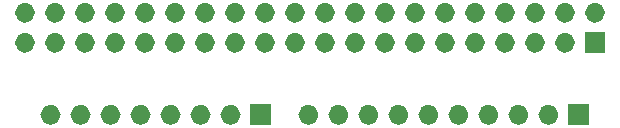
<source format=gbr>
%TF.GenerationSoftware,KiCad,Pcbnew,8.0.4*%
%TF.CreationDate,2024-08-28T09:53:51+01:00*%
%TF.ProjectId,qmmister-snac-restore,716d6d69-7374-4657-922d-736e61632d72,rev?*%
%TF.SameCoordinates,Original*%
%TF.FileFunction,Soldermask,Bot*%
%TF.FilePolarity,Negative*%
%FSLAX46Y46*%
G04 Gerber Fmt 4.6, Leading zero omitted, Abs format (unit mm)*
G04 Created by KiCad (PCBNEW 8.0.4) date 2024-08-28 09:53:51*
%MOMM*%
%LPD*%
G01*
G04 APERTURE LIST*
%ADD10C,0.865000*%
%ADD11C,0.000000*%
G04 APERTURE END LIST*
D10*
X145258500Y-96984000D02*
G75*
G02*
X144393500Y-96984000I-432500J0D01*
G01*
X144393500Y-96984000D02*
G75*
G02*
X145258500Y-96984000I432500J0D01*
G01*
X124938500Y-99524000D02*
G75*
G02*
X124073500Y-99524000I-432500J0D01*
G01*
X124073500Y-99524000D02*
G75*
G02*
X124938500Y-99524000I432500J0D01*
G01*
X106778500Y-105624000D02*
G75*
G02*
X105913500Y-105624000I-432500J0D01*
G01*
X105913500Y-105624000D02*
G75*
G02*
X106778500Y-105624000I432500J0D01*
G01*
X133698500Y-105624000D02*
G75*
G02*
X132833500Y-105624000I-432500J0D01*
G01*
X132833500Y-105624000D02*
G75*
G02*
X133698500Y-105624000I432500J0D01*
G01*
X119858500Y-96984000D02*
G75*
G02*
X118993500Y-96984000I-432500J0D01*
G01*
X118993500Y-96984000D02*
G75*
G02*
X119858500Y-96984000I432500J0D01*
G01*
X104618500Y-96984000D02*
G75*
G02*
X103753500Y-96984000I-432500J0D01*
G01*
X103753500Y-96984000D02*
G75*
G02*
X104618500Y-96984000I432500J0D01*
G01*
D11*
G36*
X144291000Y-106489000D02*
G01*
X142561000Y-106489000D01*
X142561000Y-104759000D01*
X144291000Y-104759000D01*
X144291000Y-106489000D01*
G37*
D10*
X117318500Y-96984000D02*
G75*
G02*
X116453500Y-96984000I-432500J0D01*
G01*
X116453500Y-96984000D02*
G75*
G02*
X117318500Y-96984000I432500J0D01*
G01*
X137638500Y-96984000D02*
G75*
G02*
X136773500Y-96984000I-432500J0D01*
G01*
X136773500Y-96984000D02*
G75*
G02*
X137638500Y-96984000I432500J0D01*
G01*
X96998500Y-96984000D02*
G75*
G02*
X96133500Y-96984000I-432500J0D01*
G01*
X96133500Y-96984000D02*
G75*
G02*
X96998500Y-96984000I432500J0D01*
G01*
X112238500Y-96984000D02*
G75*
G02*
X111373500Y-96984000I-432500J0D01*
G01*
X111373500Y-96984000D02*
G75*
G02*
X112238500Y-96984000I432500J0D01*
G01*
X135098500Y-99524000D02*
G75*
G02*
X134233500Y-99524000I-432500J0D01*
G01*
X134233500Y-99524000D02*
G75*
G02*
X135098500Y-99524000I432500J0D01*
G01*
X102078500Y-96984000D02*
G75*
G02*
X101213500Y-96984000I-432500J0D01*
G01*
X101213500Y-96984000D02*
G75*
G02*
X102078500Y-96984000I432500J0D01*
G01*
X122398500Y-96984000D02*
G75*
G02*
X121533500Y-96984000I-432500J0D01*
G01*
X121533500Y-96984000D02*
G75*
G02*
X122398500Y-96984000I432500J0D01*
G01*
X109698500Y-96984000D02*
G75*
G02*
X108833500Y-96984000I-432500J0D01*
G01*
X108833500Y-96984000D02*
G75*
G02*
X109698500Y-96984000I432500J0D01*
G01*
X109318500Y-105624000D02*
G75*
G02*
X108453500Y-105624000I-432500J0D01*
G01*
X108453500Y-105624000D02*
G75*
G02*
X109318500Y-105624000I432500J0D01*
G01*
X128618500Y-105624000D02*
G75*
G02*
X127753500Y-105624000I-432500J0D01*
G01*
X127753500Y-105624000D02*
G75*
G02*
X128618500Y-105624000I432500J0D01*
G01*
X142718500Y-96984000D02*
G75*
G02*
X141853500Y-96984000I-432500J0D01*
G01*
X141853500Y-96984000D02*
G75*
G02*
X142718500Y-96984000I432500J0D01*
G01*
X114778500Y-99524000D02*
G75*
G02*
X113913500Y-99524000I-432500J0D01*
G01*
X113913500Y-99524000D02*
G75*
G02*
X114778500Y-99524000I432500J0D01*
G01*
X99158500Y-105624000D02*
G75*
G02*
X98293500Y-105624000I-432500J0D01*
G01*
X98293500Y-105624000D02*
G75*
G02*
X99158500Y-105624000I432500J0D01*
G01*
X96998500Y-99524000D02*
G75*
G02*
X96133500Y-99524000I-432500J0D01*
G01*
X96133500Y-99524000D02*
G75*
G02*
X96998500Y-99524000I432500J0D01*
G01*
X114398500Y-105624000D02*
G75*
G02*
X113533500Y-105624000I-432500J0D01*
G01*
X113533500Y-105624000D02*
G75*
G02*
X114398500Y-105624000I432500J0D01*
G01*
X107158500Y-99524000D02*
G75*
G02*
X106293500Y-99524000I-432500J0D01*
G01*
X106293500Y-99524000D02*
G75*
G02*
X107158500Y-99524000I432500J0D01*
G01*
X111858500Y-105624000D02*
G75*
G02*
X110993500Y-105624000I-432500J0D01*
G01*
X110993500Y-105624000D02*
G75*
G02*
X111858500Y-105624000I432500J0D01*
G01*
X104238500Y-105624000D02*
G75*
G02*
X103373500Y-105624000I-432500J0D01*
G01*
X103373500Y-105624000D02*
G75*
G02*
X104238500Y-105624000I432500J0D01*
G01*
X101698500Y-105624000D02*
G75*
G02*
X100833500Y-105624000I-432500J0D01*
G01*
X100833500Y-105624000D02*
G75*
G02*
X101698500Y-105624000I432500J0D01*
G01*
X130018500Y-99524000D02*
G75*
G02*
X129153500Y-99524000I-432500J0D01*
G01*
X129153500Y-99524000D02*
G75*
G02*
X130018500Y-99524000I432500J0D01*
G01*
X136238500Y-105624000D02*
G75*
G02*
X135373500Y-105624000I-432500J0D01*
G01*
X135373500Y-105624000D02*
G75*
G02*
X136238500Y-105624000I432500J0D01*
G01*
D11*
G36*
X145691000Y-100389000D02*
G01*
X143961000Y-100389000D01*
X143961000Y-98659000D01*
X145691000Y-98659000D01*
X145691000Y-100389000D01*
G37*
D10*
X138778500Y-105624000D02*
G75*
G02*
X137913500Y-105624000I-432500J0D01*
G01*
X137913500Y-105624000D02*
G75*
G02*
X138778500Y-105624000I432500J0D01*
G01*
X135098500Y-96984000D02*
G75*
G02*
X134233500Y-96984000I-432500J0D01*
G01*
X134233500Y-96984000D02*
G75*
G02*
X135098500Y-96984000I432500J0D01*
G01*
X126078500Y-105624000D02*
G75*
G02*
X125213500Y-105624000I-432500J0D01*
G01*
X125213500Y-105624000D02*
G75*
G02*
X126078500Y-105624000I432500J0D01*
G01*
X123538500Y-105624000D02*
G75*
G02*
X122673500Y-105624000I-432500J0D01*
G01*
X122673500Y-105624000D02*
G75*
G02*
X123538500Y-105624000I432500J0D01*
G01*
X99538500Y-96984000D02*
G75*
G02*
X98673500Y-96984000I-432500J0D01*
G01*
X98673500Y-96984000D02*
G75*
G02*
X99538500Y-96984000I432500J0D01*
G01*
X130018500Y-96984000D02*
G75*
G02*
X129153500Y-96984000I-432500J0D01*
G01*
X129153500Y-96984000D02*
G75*
G02*
X130018500Y-96984000I432500J0D01*
G01*
X131158500Y-105624000D02*
G75*
G02*
X130293500Y-105624000I-432500J0D01*
G01*
X130293500Y-105624000D02*
G75*
G02*
X131158500Y-105624000I432500J0D01*
G01*
X137638500Y-99524000D02*
G75*
G02*
X136773500Y-99524000I-432500J0D01*
G01*
X136773500Y-99524000D02*
G75*
G02*
X137638500Y-99524000I432500J0D01*
G01*
D11*
G36*
X117371000Y-106489000D02*
G01*
X115641000Y-106489000D01*
X115641000Y-104759000D01*
X117371000Y-104759000D01*
X117371000Y-106489000D01*
G37*
D10*
X102078500Y-99524000D02*
G75*
G02*
X101213500Y-99524000I-432500J0D01*
G01*
X101213500Y-99524000D02*
G75*
G02*
X102078500Y-99524000I432500J0D01*
G01*
X107158500Y-96984000D02*
G75*
G02*
X106293500Y-96984000I-432500J0D01*
G01*
X106293500Y-96984000D02*
G75*
G02*
X107158500Y-96984000I432500J0D01*
G01*
X127478500Y-99524000D02*
G75*
G02*
X126613500Y-99524000I-432500J0D01*
G01*
X126613500Y-99524000D02*
G75*
G02*
X127478500Y-99524000I432500J0D01*
G01*
X142718500Y-99524000D02*
G75*
G02*
X141853500Y-99524000I-432500J0D01*
G01*
X141853500Y-99524000D02*
G75*
G02*
X142718500Y-99524000I432500J0D01*
G01*
X140178500Y-96984000D02*
G75*
G02*
X139313500Y-96984000I-432500J0D01*
G01*
X139313500Y-96984000D02*
G75*
G02*
X140178500Y-96984000I432500J0D01*
G01*
X120998500Y-105624000D02*
G75*
G02*
X120133500Y-105624000I-432500J0D01*
G01*
X120133500Y-105624000D02*
G75*
G02*
X120998500Y-105624000I432500J0D01*
G01*
X127478500Y-96984000D02*
G75*
G02*
X126613500Y-96984000I-432500J0D01*
G01*
X126613500Y-96984000D02*
G75*
G02*
X127478500Y-96984000I432500J0D01*
G01*
X119858500Y-99524000D02*
G75*
G02*
X118993500Y-99524000I-432500J0D01*
G01*
X118993500Y-99524000D02*
G75*
G02*
X119858500Y-99524000I432500J0D01*
G01*
X122398500Y-99524000D02*
G75*
G02*
X121533500Y-99524000I-432500J0D01*
G01*
X121533500Y-99524000D02*
G75*
G02*
X122398500Y-99524000I432500J0D01*
G01*
X132558500Y-96984000D02*
G75*
G02*
X131693500Y-96984000I-432500J0D01*
G01*
X131693500Y-96984000D02*
G75*
G02*
X132558500Y-96984000I432500J0D01*
G01*
X104618500Y-99524000D02*
G75*
G02*
X103753500Y-99524000I-432500J0D01*
G01*
X103753500Y-99524000D02*
G75*
G02*
X104618500Y-99524000I432500J0D01*
G01*
X112238500Y-99524000D02*
G75*
G02*
X111373500Y-99524000I-432500J0D01*
G01*
X111373500Y-99524000D02*
G75*
G02*
X112238500Y-99524000I432500J0D01*
G01*
X132558500Y-99524000D02*
G75*
G02*
X131693500Y-99524000I-432500J0D01*
G01*
X131693500Y-99524000D02*
G75*
G02*
X132558500Y-99524000I432500J0D01*
G01*
X114778500Y-96984000D02*
G75*
G02*
X113913500Y-96984000I-432500J0D01*
G01*
X113913500Y-96984000D02*
G75*
G02*
X114778500Y-96984000I432500J0D01*
G01*
X117318500Y-99524000D02*
G75*
G02*
X116453500Y-99524000I-432500J0D01*
G01*
X116453500Y-99524000D02*
G75*
G02*
X117318500Y-99524000I432500J0D01*
G01*
X141318500Y-105624000D02*
G75*
G02*
X140453500Y-105624000I-432500J0D01*
G01*
X140453500Y-105624000D02*
G75*
G02*
X141318500Y-105624000I432500J0D01*
G01*
X99538500Y-99524000D02*
G75*
G02*
X98673500Y-99524000I-432500J0D01*
G01*
X98673500Y-99524000D02*
G75*
G02*
X99538500Y-99524000I432500J0D01*
G01*
X124938500Y-96984000D02*
G75*
G02*
X124073500Y-96984000I-432500J0D01*
G01*
X124073500Y-96984000D02*
G75*
G02*
X124938500Y-96984000I432500J0D01*
G01*
X109698500Y-99524000D02*
G75*
G02*
X108833500Y-99524000I-432500J0D01*
G01*
X108833500Y-99524000D02*
G75*
G02*
X109698500Y-99524000I432500J0D01*
G01*
X140178500Y-99524000D02*
G75*
G02*
X139313500Y-99524000I-432500J0D01*
G01*
X139313500Y-99524000D02*
G75*
G02*
X140178500Y-99524000I432500J0D01*
G01*
M02*

</source>
